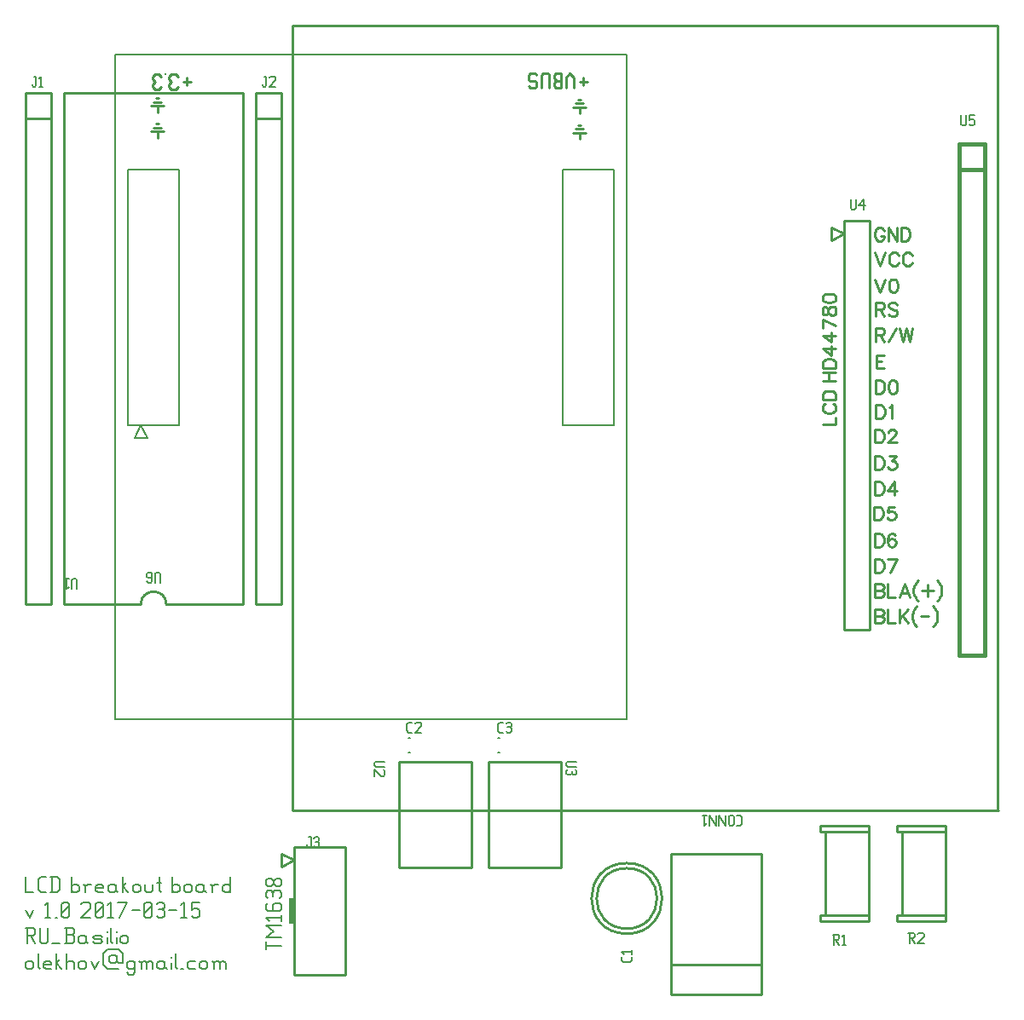
<source format=gbr>
G04 start of page 7 for group 1 layer_idx 9 *
G04 Title: (unknown), top silk *
G04 Creator: pcb-rnd 1.2.1 *
G04 CreationDate: Wed Mar 15 21:37:42 2017 UTC *
G04 For:  *
G04 Format: Gerber/RS-274X *
G04 PCB-Dimensions: 390000 390000 *
G04 PCB-Coordinate-Origin: lower left *
%MOIN*%
%FSLAX25Y25*%
%LNTOPSILK*%
%ADD81C,0.0150*%
%ADD80C,0.0110*%
%ADD79C,0.0050*%
%ADD78C,0.0080*%
%ADD77C,0.0100*%
%ADD76C,0.0075*%
%ADD75C,0.0070*%
%ADD74C,0.0001*%
G54D74*G36*
X108000Y40000D02*X110000D01*
Y30000D01*
X108000D01*
Y40000D01*
G37*
G54D75*X5000Y48500D02*Y42500D01*
X8000D01*
X10850D02*X12800D01*
X9800Y43550D02*X10850Y42500D01*
X9800Y47450D02*Y43550D01*
Y47450D02*X10850Y48500D01*
X12800D01*
X15350D02*Y42500D01*
X17300Y48500D02*X18350Y47450D01*
Y43550D01*
X17300Y42500D02*X18350Y43550D01*
X14600Y42500D02*X17300D01*
X14600Y48500D02*X17300D01*
X22850D02*Y42500D01*
Y43250D02*X23600Y42500D01*
X25100D01*
X25850Y43250D01*
Y44750D02*Y43250D01*
X25100Y45500D02*X25850Y44750D01*
X23600Y45500D02*X25100D01*
X22850Y44750D02*X23600Y45500D01*
X28400Y44750D02*Y42500D01*
Y44750D02*X29150Y45500D01*
X30650D01*
X27650D02*X28400Y44750D01*
X33200Y42500D02*X35450D01*
X32450Y43250D02*X33200Y42500D01*
X32450Y44750D02*Y43250D01*
Y44750D02*X33200Y45500D01*
X34700D01*
X35450Y44750D01*
X32450Y44000D02*X35450D01*
Y44750D02*Y44000D01*
X39500Y45500D02*X40250Y44750D01*
X38000Y45500D02*X39500D01*
X37250Y44750D02*X38000Y45500D01*
X37250Y44750D02*Y43250D01*
X38000Y42500D01*
X40250Y45500D02*Y43250D01*
X41000Y42500D01*
X38000D02*X39500D01*
X40250Y43250D01*
X42800Y48500D02*Y42500D01*
Y44750D02*X45050Y42500D01*
X42800Y44750D02*X44300Y46250D01*
X46850Y44750D02*Y43250D01*
Y44750D02*X47600Y45500D01*
X49100D01*
X49850Y44750D01*
Y43250D01*
X49100Y42500D02*X49850Y43250D01*
X47600Y42500D02*X49100D01*
X46850Y43250D02*X47600Y42500D01*
X51650Y45500D02*Y43250D01*
X52400Y42500D01*
X53900D01*
X54650Y43250D01*
Y45500D02*Y43250D01*
X57200Y48500D02*Y43250D01*
X57950Y42500D01*
X56450Y46250D02*X57950D01*
X62150Y48500D02*Y42500D01*
Y43250D02*X62900Y42500D01*
X64400D01*
X65150Y43250D01*
Y44750D02*Y43250D01*
X64400Y45500D02*X65150Y44750D01*
X62900Y45500D02*X64400D01*
X62150Y44750D02*X62900Y45500D01*
X66950Y44750D02*Y43250D01*
Y44750D02*X67700Y45500D01*
X69200D01*
X69950Y44750D01*
Y43250D01*
X69200Y42500D02*X69950Y43250D01*
X67700Y42500D02*X69200D01*
X66950Y43250D02*X67700Y42500D01*
X74000Y45500D02*X74750Y44750D01*
X72500Y45500D02*X74000D01*
X71750Y44750D02*X72500Y45500D01*
X71750Y44750D02*Y43250D01*
X72500Y42500D01*
X74750Y45500D02*Y43250D01*
X75500Y42500D01*
X72500D02*X74000D01*
X74750Y43250D01*
X78050Y44750D02*Y42500D01*
Y44750D02*X78800Y45500D01*
X80300D01*
X77300D02*X78050Y44750D01*
X85100Y48500D02*Y42500D01*
X84350D02*X85100Y43250D01*
X82850Y42500D02*X84350D01*
X82100Y43250D02*X82850Y42500D01*
X82100Y44750D02*Y43250D01*
Y44750D02*X82850Y45500D01*
X84350D01*
X85100Y44750D01*
X5000Y35500D02*X6500Y32500D01*
X8000Y35500D02*X6500Y32500D01*
X12500Y37300D02*X13700Y38500D01*
Y32500D01*
X12500D02*X14750D01*
X16550D02*X17300D01*
X19100Y33250D02*X19850Y32500D01*
X19100Y37750D02*Y33250D01*
Y37750D02*X19850Y38500D01*
X21350D01*
X22100Y37750D01*
Y33250D01*
X21350Y32500D02*X22100Y33250D01*
X19850Y32500D02*X21350D01*
X19100Y34000D02*X22100Y37000D01*
X26600Y37750D02*X27350Y38500D01*
X29600D01*
X30350Y37750D01*
Y36250D01*
X26600Y32500D02*X30350Y36250D01*
X26600Y32500D02*X30350D01*
X32150Y33250D02*X32900Y32500D01*
X32150Y37750D02*Y33250D01*
Y37750D02*X32900Y38500D01*
X34400D01*
X35150Y37750D01*
Y33250D01*
X34400Y32500D02*X35150Y33250D01*
X32900Y32500D02*X34400D01*
X32150Y34000D02*X35150Y37000D01*
X36950Y37300D02*X38150Y38500D01*
Y32500D01*
X36950D02*X39200D01*
X41750D02*X44750Y38500D01*
X41000D02*X44750D01*
X46550Y35500D02*X49550D01*
X51350Y33250D02*X52100Y32500D01*
X51350Y37750D02*Y33250D01*
Y37750D02*X52100Y38500D01*
X53600D01*
X54350Y37750D01*
Y33250D01*
X53600Y32500D02*X54350Y33250D01*
X52100Y32500D02*X53600D01*
X51350Y34000D02*X54350Y37000D01*
X56150Y37750D02*X56900Y38500D01*
X58400D01*
X59150Y37750D01*
X58400Y32500D02*X59150Y33250D01*
X56900Y32500D02*X58400D01*
X56150Y33250D02*X56900Y32500D01*
Y35800D02*X58400D01*
X59150Y37750D02*Y36550D01*
Y35050D02*Y33250D01*
Y35050D02*X58400Y35800D01*
X59150Y36550D02*X58400Y35800D01*
X60950Y35500D02*X63950D01*
X65750Y37300D02*X66950Y38500D01*
Y32500D01*
X65750D02*X68000D01*
X69800Y38500D02*X72800D01*
X69800D02*Y35500D01*
X70550Y36250D01*
X72050D01*
X72800Y35500D01*
Y33250D01*
X72050Y32500D02*X72800Y33250D01*
X70550Y32500D02*X72050D01*
X69800Y33250D02*X70550Y32500D01*
X5000Y14750D02*Y13250D01*
Y14750D02*X5750Y15500D01*
X7250D01*
X8000Y14750D01*
Y13250D01*
X7250Y12500D02*X8000Y13250D01*
X5750Y12500D02*X7250D01*
X5000Y13250D02*X5750Y12500D01*
X9800Y18500D02*Y13250D01*
X10550Y12500D01*
X12800D02*X15050D01*
X12050Y13250D02*X12800Y12500D01*
X12050Y14750D02*Y13250D01*
Y14750D02*X12800Y15500D01*
X14300D01*
X15050Y14750D01*
X12050Y14000D02*X15050D01*
Y14750D02*Y14000D01*
X16850Y18500D02*Y12500D01*
Y14750D02*X19100Y12500D01*
X16850Y14750D02*X18350Y16250D01*
X20900Y18500D02*Y12500D01*
Y14750D02*X21650Y15500D01*
X23150D01*
X23900Y14750D01*
Y12500D01*
X25700Y14750D02*Y13250D01*
Y14750D02*X26450Y15500D01*
X27950D01*
X28700Y14750D01*
Y13250D01*
X27950Y12500D02*X28700Y13250D01*
X26450Y12500D02*X27950D01*
X25700Y13250D02*X26450Y12500D01*
X30500Y15500D02*X32000Y12500D01*
X33500Y15500D02*X32000Y12500D01*
X35300Y18500D02*Y14000D01*
X36800Y12500D01*
X41300D01*
X42800Y18500D02*Y14750D01*
Y18500D02*X41300Y20000D01*
X36800D02*X41300D01*
X36800D02*X35300Y18500D01*
X37550Y17000D02*Y15500D01*
X38300Y14750D01*
X39800D01*
X40550Y15500D01*
X41300Y14750D01*
X40550Y17750D02*Y15500D01*
Y17000D02*X39800Y17750D01*
X38300D02*X39800D01*
X38300D02*X37550Y17000D01*
X41300Y14750D02*X42800D01*
X46850Y15500D02*X47600Y14750D01*
X45350Y15500D02*X46850D01*
X44600Y14750D02*X45350Y15500D01*
X44600Y14750D02*Y13250D01*
X45350Y12500D01*
X46850D01*
X47600Y13250D01*
X44600Y11000D02*X45350Y10250D01*
X46850D01*
X47600Y11000D01*
Y15500D02*Y11000D01*
X50150Y14750D02*Y12500D01*
Y14750D02*X50900Y15500D01*
X51650D01*
X52400Y14750D01*
Y12500D01*
Y14750D02*X53150Y15500D01*
X53900D01*
X54650Y14750D01*
Y12500D01*
X49400Y15500D02*X50150Y14750D01*
X58700Y15500D02*X59450Y14750D01*
X57200Y15500D02*X58700D01*
X56450Y14750D02*X57200Y15500D01*
X56450Y14750D02*Y13250D01*
X57200Y12500D01*
X59450Y15500D02*Y13250D01*
X60200Y12500D01*
X57200D02*X58700D01*
X59450Y13250D01*
G54D76*X62000Y17000D02*Y16850D01*
G54D75*Y14750D02*Y12500D01*
X63500Y18500D02*Y13250D01*
X64250Y12500D01*
X65750D02*X66500D01*
X69050Y15500D02*X71300D01*
X68300Y14750D02*X69050Y15500D01*
X68300Y14750D02*Y13250D01*
X69050Y12500D01*
X71300D01*
X73100Y14750D02*Y13250D01*
Y14750D02*X73850Y15500D01*
X75350D01*
X76100Y14750D01*
Y13250D01*
X75350Y12500D02*X76100Y13250D01*
X73850Y12500D02*X75350D01*
X73100Y13250D02*X73850Y12500D01*
X78650Y14750D02*Y12500D01*
Y14750D02*X79400Y15500D01*
X80150D01*
X80900Y14750D01*
Y12500D01*
Y14750D02*X81650Y15500D01*
X82400D01*
X83150Y14750D01*
Y12500D01*
X77900Y15500D02*X78650Y14750D01*
X5000Y28500D02*X8000D01*
X8750Y27750D01*
Y26250D01*
X8000Y25500D02*X8750Y26250D01*
X5750Y25500D02*X8000D01*
X5750Y28500D02*Y22500D01*
X6950Y25500D02*X8750Y22500D01*
X10550Y28500D02*Y23250D01*
X11300Y22500D01*
X12800D01*
X13550Y23250D01*
Y28500D02*Y23250D01*
X15350Y22500D02*X18350D01*
X20150D02*X23150D01*
X23900Y23250D01*
Y25050D02*Y23250D01*
X23150Y25800D02*X23900Y25050D01*
X20900Y25800D02*X23150D01*
X20900Y28500D02*Y22500D01*
X20150Y28500D02*X23150D01*
X23900Y27750D01*
Y26550D01*
X23150Y25800D02*X23900Y26550D01*
X27950Y25500D02*X28700Y24750D01*
X26450Y25500D02*X27950D01*
X25700Y24750D02*X26450Y25500D01*
X25700Y24750D02*Y23250D01*
X26450Y22500D01*
X28700Y25500D02*Y23250D01*
X29450Y22500D01*
X26450D02*X27950D01*
X28700Y23250D01*
X32000Y22500D02*X34250D01*
X35000Y23250D01*
X34250Y24000D02*X35000Y23250D01*
X32000Y24000D02*X34250D01*
X31250Y24750D02*X32000Y24000D01*
X31250Y24750D02*X32000Y25500D01*
X34250D01*
X35000Y24750D01*
X31250Y23250D02*X32000Y22500D01*
G54D76*X36800Y27000D02*Y26850D01*
G54D75*Y24750D02*Y22500D01*
X38300Y28500D02*Y23250D01*
X39050Y22500D01*
G54D76*X40550Y27000D02*Y26850D01*
G54D75*Y24750D02*Y22500D01*
X42050Y24750D02*Y23250D01*
Y24750D02*X42800Y25500D01*
X44300D01*
X45050Y24750D01*
Y23250D01*
X44300Y22500D02*X45050Y23250D01*
X42800Y22500D02*X44300D01*
X42050Y23250D02*X42800Y22500D01*
X99000Y23000D02*Y20000D01*
Y21500D02*X105000D01*
X99000Y24800D02*X105000D01*
X99000D02*X102000Y27050D01*
X99000Y29300D01*
X105000D01*
X100200Y31100D02*X99000Y32300D01*
X105000D01*
Y33350D02*Y31100D01*
X99000Y37400D02*X99750Y38150D01*
X99000Y37400D02*Y35900D01*
X99750Y35150D02*X99000Y35900D01*
X99750Y35150D02*X104250D01*
X105000Y35900D01*
X101700Y37400D02*X102450Y38150D01*
X101700Y37400D02*Y35150D01*
X105000Y37400D02*Y35900D01*
Y37400D02*X104250Y38150D01*
X102450D02*X104250D01*
X99750Y39950D02*X99000Y40700D01*
Y42200D02*Y40700D01*
Y42200D02*X99750Y42950D01*
X105000Y42200D02*X104250Y42950D01*
X105000Y42200D02*Y40700D01*
X104250Y39950D02*X105000Y40700D01*
X101700Y42200D02*Y40700D01*
X99750Y42950D02*X100950D01*
X102450D02*X104250D01*
X102450D02*X101700Y42200D01*
X100950Y42950D02*X101700Y42200D01*
X104250Y44750D02*X105000Y45500D01*
X103050Y44750D02*X104250D01*
X103050D02*X102000Y45800D01*
Y46700D02*Y45800D01*
Y46700D02*X103050Y47750D01*
X104250D01*
X105000Y47000D02*X104250Y47750D01*
X105000Y47000D02*Y45500D01*
X100950Y44750D02*X102000Y45800D01*
X99750Y44750D02*X100950D01*
X99750D02*X99000Y45500D01*
Y47000D02*Y45500D01*
Y47000D02*X99750Y47750D01*
X100950D01*
X102000Y46700D02*X100950Y47750D01*
G54D77*X95000Y355000D02*Y155000D01*
Y355000D02*X105000D01*
Y155000D02*X95000D01*
X105000D02*Y355000D01*
X95000Y345000D02*X105000D01*
Y355000D02*Y345000D01*
X5000Y355000D02*Y155000D01*
Y355000D02*X15000D01*
Y155000D02*X5000D01*
X15000D02*Y355000D01*
X5000Y345000D02*X15000D01*
Y355000D02*Y345000D01*
X20000Y355000D02*Y155000D01*
Y355000D02*X90000D01*
Y155000D01*
X20000D02*X50000D01*
X60000D02*X90000D01*
X60000D02*G75*G03X50000Y155000I-5000J0D01*G01*
G54D78*X189607Y102755D02*X190393D01*
X189607Y97245D02*X190393D01*
X154607Y102755D02*X155393D01*
X154607Y97245D02*X155393D01*
G54D77*X150800Y93500D02*Y52100D01*
X179300D01*
Y93500D01*
X150800D01*
X185800D02*Y52100D01*
X214300D01*
Y93500D01*
X185800D01*
X240000Y28200D02*G75*G03X240000Y51800I0J11800D01*G01*
G75*G03X240000Y28200I0J-11800D01*G01*
Y26200D02*G75*G03X240000Y53800I0J13800D01*G01*
G75*G03X240000Y26200I0J-13800D01*G01*
X325000Y305000D02*Y145000D01*
Y305000D02*X335000D01*
X325000Y145000D02*X335000D01*
Y305000D02*Y145000D01*
X325000Y300000D02*X320000Y302500D01*
X325000Y300000D02*X320000Y297500D01*
Y302500D02*Y297500D01*
X316535Y225285D02*X321734D01*
Y228255D02*Y225285D01*
X317772Y233527D02*X317278Y233279D01*
X316783Y232784D01*
X316535Y232290D01*
Y231298D01*
X316783Y230804D01*
X317278Y230307D01*
X317772Y230060D01*
X318516Y229813D01*
X319755D01*
X320496Y230060D01*
X320991Y230307D01*
X321485Y230804D01*
X321734Y231298D01*
Y232290D02*Y231298D01*
Y232290D02*X321485Y232784D01*
X320991Y233279D01*
X320496Y233527D01*
X316535Y235086D02*X321734D01*
X316535Y236820D02*Y235086D01*
Y236820D02*X316783Y237562D01*
X317278Y238057D01*
X317772Y238304D01*
X318516Y238551D01*
X319755D01*
X320496Y238304D01*
X320991Y238057D01*
X321485Y237562D01*
X321734Y236820D01*
Y235086D01*
X316535Y242450D02*X321734D01*
X316535Y245917D02*X321734D01*
X319011D02*Y242450D01*
X316535Y247475D02*X321734D01*
X316535Y249209D02*Y247475D01*
Y249209D02*X316783Y249951D01*
X317278Y250446D01*
X317772Y250693D01*
X318516Y250940D01*
X319755D01*
X320496Y250693D01*
X320991Y250446D01*
X321485Y249951D01*
X321734Y249209D01*
Y247475D01*
X316535Y254975D02*X320000Y252500D01*
Y256213D02*Y252500D01*
X316535Y254975D02*X321734D01*
X316535Y260247D02*X320000Y257772D01*
Y261485D02*Y257772D01*
X316535Y260247D02*X321734D01*
X316535Y266510D02*X321734Y264034D01*
X316535Y266510D02*Y263045D01*
Y269307D02*X316782Y268564D01*
X317277Y268317D01*
X317772D01*
X318268Y268564D01*
X318516Y269059D01*
X318762Y270049D01*
X319010Y270793D01*
X319505Y271287D01*
X320000Y271535D01*
X320743D01*
X321237Y271287D01*
X321485Y271039D01*
X321734Y270296D01*
Y269307D01*
X321485Y268564D01*
X321237Y268317D01*
X320743Y268070D01*
X320000D02*X320743D01*
X320000D02*X319505Y268317D01*
X319010Y268811D01*
X318762Y269554D01*
X318516Y270545D01*
X318268Y271039D01*
X317772Y271287D01*
X317277D02*X317772D01*
X317277D02*X316782Y271039D01*
X316535Y270296D01*
Y269307D01*
Y274580D02*X316782Y273838D01*
X317524Y273342D01*
X318762Y273095D01*
X319505D01*
X320743Y273342D01*
X321485Y273838D01*
X321734Y274580D01*
Y275076D02*Y274580D01*
Y275076D02*X321485Y275818D01*
X320743Y276313D01*
X319505Y276562D01*
X318762D02*X319505D01*
X318762D02*X317524Y276313D01*
X316782Y275818D01*
X316535Y275076D01*
Y274580D01*
X336977Y282227D02*X338957Y277028D01*
X340940Y282227D02*X338957Y277028D01*
X343985Y282227D02*X343243Y281980D01*
X342747Y281238D01*
X342500Y280000D01*
Y279257D01*
X342747Y278019D01*
X343243Y277277D01*
X343985Y277028D01*
X344481D01*
X345223Y277277D01*
X345718Y278019D01*
X345967Y279257D01*
Y280000D02*Y279257D01*
Y280000D02*X345718Y281238D01*
X345223Y281980D01*
X344481Y282227D01*
X343985D02*X344481D01*
X337500Y252500D02*Y247301D01*
Y252500D02*X340719D01*
X337500Y250024D02*X339480D01*
X337500Y247301D02*X340719D01*
X337253Y242747D02*Y237548D01*
Y242747D02*X338987D01*
X339729Y242499D01*
X340224Y242004D01*
X340471Y241510D01*
X340718Y240766D01*
Y239527D01*
X340471Y238786D01*
X340224Y238291D01*
X339729Y237797D01*
X338987Y237548D01*
X337253D02*X338987D01*
X343762Y242747D02*X343020Y242500D01*
X342524Y241758D01*
X342277Y240520D01*
Y239777D01*
X342524Y238539D01*
X343020Y237797D01*
X343762Y237548D01*
X344258D01*
X345000Y237797D01*
X345495Y238539D01*
X345744Y239777D01*
Y240520D02*Y239777D01*
Y240520D02*X345495Y241758D01*
X345000Y242500D01*
X344258Y242747D01*
X343762D02*X344258D01*
X347233Y297266D02*X348967D01*
X349709Y297515D02*X348967Y297266D01*
X350204Y298009D02*X349709Y297515D01*
X350451Y298504D02*X350204Y298009D01*
X350698Y299245D02*X350451Y298504D01*
X350698Y300484D02*Y299245D01*
X350451Y301228D02*X350698Y300484D01*
X350204Y301722D02*X350451Y301228D01*
X349709Y302217D02*X350204Y301722D01*
X348967Y302465D02*X349709Y302217D01*
X347233Y302465D02*X348967D01*
X347233D02*Y297266D01*
X345673Y302465D02*Y297266D01*
X342208Y302465D02*X345673Y297266D01*
X342208Y302465D02*Y297266D01*
X339412Y299245D02*X340649D01*
Y298504D01*
X340401Y298009D02*X340649Y298504D01*
X339907Y297515D02*X340401Y298009D01*
X339412Y297266D02*X339907Y297515D01*
X338421Y297266D02*X339412D01*
X337926Y297515D02*X338421Y297266D01*
X337430Y298009D02*X337926Y297515D01*
X337183Y298504D02*X337430Y298009D01*
X336935Y299245D02*X337183Y298504D01*
X336935Y300484D02*Y299245D01*
X337183Y301228D02*X336935Y300484D01*
X337430Y301722D02*X337183Y301228D01*
X337926Y302217D02*X337430Y301722D01*
X338421Y302465D02*X337926Y302217D01*
X338421Y302465D02*X339412D01*
X339907Y302217D02*X339412Y302465D01*
X340401Y301722D02*X339907Y302217D01*
X340649Y301228D02*X340401Y301722D01*
X337020Y292699D02*X339000Y287500D01*
X340983Y292699D02*X339000Y287500D01*
X346256Y291462D02*X346008Y291956D01*
X345513Y292451D01*
X345019Y292699D01*
X344027D02*X345019D01*
X344027D02*X343533Y292451D01*
X343036Y291956D01*
X342789Y291462D01*
X342542Y290718D01*
Y289479D01*
X342789Y288738D01*
X343036Y288243D01*
X343533Y287749D01*
X344027Y287500D01*
X345019D01*
X345513Y287749D01*
X346008Y288243D01*
X346256Y288738D01*
X351528Y291462D02*X351280Y291956D01*
X350785Y292451D01*
X350291Y292699D01*
X349299D02*X350291D01*
X349299D02*X348805Y292451D01*
X348308Y291956D01*
X348061Y291462D01*
X347814Y290718D01*
Y289479D01*
X348061Y288738D01*
X348308Y288243D01*
X348805Y287749D01*
X349299Y287500D01*
X350291D01*
X350785Y287749D01*
X351280Y288243D01*
X351528Y288738D01*
X337279Y262965D02*Y257766D01*
Y262965D02*X339507D01*
X340249Y262717D01*
X340497Y262470D01*
X340744Y261975D01*
Y261479D01*
X340497Y260984D01*
X340249Y260737D01*
X339507Y260489D01*
X337279D02*X339507D01*
X339011D02*X340744Y257766D01*
X345230Y262965D02*X342304Y257766D01*
X346788Y262965D02*X348026Y257766D01*
X349265Y262965D02*X348026Y257766D01*
X349265Y262965D02*X350502Y257766D01*
X351740Y262965D02*X350502Y257766D01*
X337272Y272976D02*Y267777D01*
Y272976D02*X339500D01*
X340242Y272728D01*
X340490Y272481D01*
X340737Y271986D01*
Y271490D01*
X340490Y270995D01*
X340242Y270748D01*
X339500Y270500D01*
X337272D02*X339500D01*
X339004D02*X340737Y267777D01*
X345762Y272233D02*X345267Y272728D01*
X344525Y272976D01*
X343534D02*X344525D01*
X343534D02*X342791Y272728D01*
X342297Y272233D01*
Y271739D01*
X342542Y271242D01*
X342791Y270995D01*
X343287Y270748D01*
X344773Y270253D01*
X345267Y270004D01*
X345514Y269757D01*
X345762Y269263D01*
Y268520D01*
X345267Y268026D01*
X344525Y267777D01*
X343534D02*X344525D01*
X343534D02*X342791Y268026D01*
X342297Y268520D01*
X337459Y232981D02*Y227782D01*
Y232981D02*X339193D01*
X339935Y232733D01*
X340430Y232238D01*
X340677Y231744D01*
X340924Y231000D01*
Y229761D01*
X340677Y229020D01*
X340430Y228525D01*
X339935Y228031D01*
X339193Y227782D01*
X337459D02*X339193D01*
X342484Y231992D02*X342978Y232239D01*
X343721Y232981D01*
Y227782D01*
X337035Y223481D02*Y218282D01*
Y223481D02*X338769D01*
X339511Y223233D01*
X340006Y222738D01*
X340253Y222244D01*
X340500Y221500D01*
Y220261D01*
X340253Y219520D01*
X340006Y219025D01*
X339511Y218531D01*
X338769Y218282D01*
X337035D02*X338769D01*
X342307Y222492D02*Y222244D01*
Y222492D02*X342555Y222986D01*
X342801Y223234D01*
X343297Y223481D01*
X344286D01*
X344783Y223234D01*
X345030Y222986D01*
X345277Y222492D01*
Y221995D01*
X345030Y221500D01*
X344535Y220758D01*
X342060Y218282D01*
X345525D01*
X337035Y212981D02*Y207782D01*
Y212981D02*X338769D01*
X339511Y212733D01*
X340006Y212238D01*
X340253Y211744D01*
X340500Y211000D01*
Y209761D01*
X340253Y209020D01*
X340006Y208525D01*
X339511Y208031D01*
X338769Y207782D01*
X337035D02*X338769D01*
X342554Y212981D02*X345277D01*
X343791Y211000D01*
X344535D01*
X345029Y210754D01*
X345277Y210506D01*
X345525Y209762D01*
Y209270D01*
X345277Y208526D01*
X344783Y208031D01*
X344039Y207782D01*
X343297D02*X344039D01*
X343297D02*X342554Y208031D01*
X342307Y208279D01*
X342060Y208773D01*
X337035Y202981D02*Y197782D01*
Y202981D02*X338769D01*
X339511Y202733D01*
X340006Y202238D01*
X340253Y201744D01*
X340500Y201000D01*
Y199761D01*
X340253Y199020D01*
X340006Y198525D01*
X339511Y198031D01*
X338769Y197782D01*
X337035D02*X338769D01*
X344535Y202981D02*X342060Y199516D01*
X345773D01*
X344535Y202981D02*Y197782D01*
X336782Y193237D02*Y188038D01*
Y193237D02*X338516D01*
X339258Y192989D01*
X339753Y192494D01*
X340000Y192000D01*
X340247Y191256D01*
Y190017D01*
X340000Y189276D01*
X339753Y188781D01*
X339258Y188287D01*
X338516Y188038D01*
X336782D02*X338516D01*
X342302Y193237D02*X344778D01*
X342302D02*X342054Y191010D01*
X342302Y191256D01*
X343044Y191504D01*
X343788D01*
X344530Y191256D01*
X345025Y190762D01*
X345274Y190018D01*
Y189526D01*
X345025Y188782D01*
X344530Y188287D01*
X343788Y188038D01*
X343044D02*X343788D01*
X343044D02*X342302Y188287D01*
X342054Y188535D01*
X341807Y189029D01*
X337024Y182748D02*Y177549D01*
Y182748D02*X338758D01*
X339500Y182500D01*
X339995Y182005D01*
X340242Y181511D01*
X340489Y180767D01*
Y179528D01*
X340242Y178787D01*
X339995Y178292D01*
X339500Y177798D01*
X338758Y177549D01*
X337024D02*X338758D01*
X345019Y182006D02*X344772Y182501D01*
X344028Y182748D01*
X343534D02*X344028D01*
X343534D02*X342789Y182501D01*
X342295Y181759D01*
X342048Y180521D01*
Y179283D01*
X342295Y178293D01*
X342789Y177798D01*
X343534Y177549D01*
X343781D01*
X344524Y177798D01*
X345019Y178293D01*
X345266Y179037D01*
Y179283D02*Y179037D01*
Y179283D02*X345019Y180025D01*
X344524Y180521D01*
X343781Y180767D01*
X343534D02*X343781D01*
X343534D02*X342789Y180521D01*
X342295Y180025D01*
X342048Y179283D01*
X337024Y172748D02*Y167549D01*
Y172748D02*X338758D01*
X339500Y172500D01*
X339995Y172005D01*
X340242Y171511D01*
X340489Y170767D01*
Y169528D01*
X340242Y168787D01*
X339995Y168292D01*
X339500Y167798D01*
X338758Y167549D01*
X337024D02*X338758D01*
X345514Y172748D02*X343038Y167549D01*
X342049Y172748D02*X345514D01*
X337000Y163000D02*Y157801D01*
Y163000D02*X339228D01*
X339970Y162752D01*
X340218Y162505D01*
X340465Y162008D01*
Y161514D01*
X340218Y161019D01*
X339970Y160771D01*
X339228Y160524D01*
X337000D02*X339228D01*
X339970Y160277D01*
X340218Y160028D01*
X340465Y159534D01*
Y158792D01*
X340218Y158295D01*
X339970Y158050D01*
X339228Y157801D01*
X337000D02*X339228D01*
X342025Y163000D02*Y157801D01*
X344995D01*
X348534Y163000D02*X346553Y157801D01*
X348534Y163000D02*X350516Y157801D01*
X347297Y159534D02*X349773D01*
X353808Y164300D02*X353312Y163805D01*
X352817Y163063D01*
X352320Y162071D01*
X352075Y160833D01*
Y159843D01*
X352320Y158606D01*
X352817Y157615D01*
X353312Y156873D01*
X353808Y156378D01*
X357593Y162675D02*Y158220D01*
X355365Y160447D02*X359822D01*
X361381Y164300D02*X361875Y163805D01*
X362371Y163063D01*
X362867Y162071D01*
X363112Y160833D01*
Y159843D01*
X362867Y158606D01*
X362371Y157615D01*
X361875Y156873D01*
X361381Y156378D01*
X337000Y152976D02*Y147777D01*
Y152976D02*X339228D01*
X339970Y152728D01*
X340218Y152481D01*
X340465Y151984D01*
Y151490D01*
X340218Y150995D01*
X339970Y150747D01*
X339228Y150500D01*
X337000D02*X339228D01*
X339970Y150253D01*
X340218Y150004D01*
X340465Y149510D01*
Y148768D01*
X340218Y148271D01*
X339970Y148026D01*
X339228Y147777D01*
X337000D02*X339228D01*
X342025Y152976D02*Y147777D01*
X344995D01*
X346554Y152976D02*Y147777D01*
X350019Y152976D02*X346554Y149510D01*
X347791Y150747D02*X350019Y147777D01*
X353312Y154276D02*X352816Y153781D01*
X352321Y153039D01*
X351824Y152047D01*
X351579Y150809D01*
Y149819D01*
X351824Y148582D01*
X352321Y147591D01*
X352816Y146849D01*
X353312Y146354D01*
X354870Y150376D02*X358119D01*
X359679Y154276D02*X360173Y153781D01*
X360669Y153039D01*
X361165Y152047D01*
X361410Y150809D01*
Y149819D01*
X361165Y148582D01*
X360669Y147591D01*
X360173Y146849D01*
X359679Y146354D01*
X221000Y352500D02*X222000D01*
X220000Y351000D02*X223000D01*
X219000Y349500D02*X224000D01*
X221500D02*X224000D01*
X221500D02*Y347000D01*
X221000Y342500D02*X222000D01*
X220000Y341000D02*X223000D01*
X219000Y339500D02*X224000D01*
X221500D02*X224000D01*
X221500D02*Y337000D01*
X212750Y359750D02*X211750Y360750D01*
X212750Y359750D02*X214250D01*
X212250D02*X214250D01*
X211750Y359250D02*X212250Y359750D01*
X211750Y359250D02*Y357750D01*
X212250Y357250D02*X214250D01*
X211750Y357750D02*X212250Y357250D01*
X211750Y362250D02*Y360750D01*
X212250Y362750D02*X211750Y362250D01*
X212250Y362750D02*X214250D01*
Y357250D01*
X206750Y362250D02*Y357250D01*
X207250Y362750D02*X206750Y362250D01*
X207250Y362750D02*X209250D01*
X209750Y362250D02*X209250Y362750D01*
X209750Y362250D02*Y357250D01*
X202250D02*X201750Y357750D01*
X202250Y357250D02*X204250D01*
X204750Y357750D02*X204250Y357250D01*
Y362750D02*X204750Y362250D01*
X202250Y362750D02*X204250D01*
X201750Y362250D02*X202250Y362750D01*
X201750Y362250D02*Y360250D01*
X202250Y359750D02*X201750Y360250D01*
X202250Y359750D02*X204250D01*
X204750Y359250D02*X204250Y359750D01*
X204750Y359250D02*Y357750D01*
X216250Y361250D02*Y357250D01*
X217750Y362750D02*X216250Y361250D01*
X219250D02*X217750Y362750D01*
X219250Y361250D02*Y357250D01*
X221500Y359500D02*X224500D01*
X223000Y361000D02*Y358000D01*
X63500Y362500D02*X64500Y361500D01*
X62000Y362500D02*X63500D01*
X61000Y361500D02*X62000Y362500D01*
X61000Y361500D02*Y360500D01*
X62000Y359500D02*X61000Y360500D01*
Y358500D02*X62000Y359500D01*
X61000Y358500D02*Y357500D01*
X62000Y356500D02*X61000Y357500D01*
X62000Y356500D02*X63500D01*
X64500Y357500D02*X63500Y356500D01*
X57000Y362500D02*X58000Y361500D01*
X55500Y362500D02*X57000D01*
X54500Y361500D02*X55500Y362500D01*
X54500Y361500D02*Y360500D01*
X55500Y359500D02*X54500Y360500D01*
Y358500D02*X55500Y359500D01*
X54500Y358500D02*Y357500D01*
X55500Y356500D02*X54500Y357500D01*
X55500Y356500D02*X57000D01*
X58000Y357500D02*X57000Y356500D01*
X59500Y362500D03*
X66500Y359500D02*X69500D01*
X68000Y361000D02*Y358000D01*
X56000Y353000D02*X57000D01*
X55000Y351500D02*X58000D01*
X54000Y350000D02*X59000D01*
X56500D02*X59000D01*
X56500D02*Y347500D01*
X56000Y343000D02*X57000D01*
X55000Y341500D02*X58000D01*
X54000Y340000D02*X59000D01*
X56500D02*X59000D01*
X56500D02*Y337500D01*
G54D79*X215000Y325000D02*Y225000D01*
Y325000D02*X235000D01*
X215000Y225000D02*X235000D01*
Y325000D02*Y225000D01*
X45000Y325000D02*Y225000D01*
Y325000D02*X65000D01*
X45000Y225000D02*X65000D01*
Y325000D02*Y225000D01*
X45000Y320000D03*
X40000Y370000D02*X240000D01*
X40000D02*Y110000D01*
X240000D01*
Y370000D02*Y110000D01*
X50000Y225000D02*X47500Y220000D01*
X50000Y225000D02*X52500Y220000D01*
X47500D02*X52500D01*
G54D80*X385000Y74370D02*X384980Y74350D01*
X385000Y381417D02*Y74370D01*
X109409Y74350D02*X385374D01*
X109409Y74370D02*X109390Y74350D01*
X109409Y381457D02*Y74370D01*
Y381457D02*X109390Y381437D01*
X385000Y381457D02*X109409D01*
X385000Y381417D02*X384980Y381437D01*
G54D81*X380000Y325000D02*Y335000D01*
X370000Y325000D02*X380000D01*
Y335000D02*X370000D01*
X380000Y135000D02*Y335000D01*
X370000Y135000D02*X380000D01*
X370000Y335000D02*Y135000D01*
G54D77*X315500Y33500D02*X334500D01*
X315500D02*Y31000D01*
Y66000D02*X334500D01*
X315500Y68500D02*Y66000D01*
Y68500D02*X334500D01*
Y31000D01*
X315500D02*X334500D01*
X317500Y66000D02*Y33500D01*
X292717Y57559D02*Y2441D01*
X257284Y57559D02*X292717D01*
X257284D02*Y2441D01*
X292717D01*
X257284Y14252D02*X292717D01*
X345500Y33500D02*X364500D01*
X345500D02*Y31000D01*
Y66000D02*X364500D01*
X345500Y68500D02*Y66000D01*
Y68500D02*X364500D01*
Y31000D01*
X345500D02*X364500D01*
X347500Y66000D02*Y33500D01*
X110000Y60000D02*Y10000D01*
Y60000D02*X130000D01*
X110000Y10000D02*X130000D01*
Y60000D02*Y10000D01*
X110000Y55000D02*X105000Y57500D01*
X110000Y55000D02*X105000Y52500D01*
Y57500D02*Y52500D01*
G54D75*X25000Y164500D02*Y161000D01*
Y164500D02*X24500Y165000D01*
X23500D02*X24500D01*
X23500D02*X23000Y164500D01*
Y161000D01*
X21800Y161800D02*X21000Y161000D01*
Y165000D02*Y161000D01*
X20300Y165000D02*X21800D01*
X98200Y361500D02*X99000D01*
Y358000D01*
X98500Y357500D02*X99000Y358000D01*
X98000Y357500D02*X98500D01*
X97500Y358000D02*X98000Y357500D01*
X97500Y358500D02*Y358000D01*
X100200Y361000D02*X100700Y361500D01*
X102200D01*
X102700Y361000D01*
Y360000D01*
X100200Y357500D02*X102700Y360000D01*
X100200Y357500D02*X102700D01*
X8200Y361500D02*X9000D01*
Y358000D01*
X8500Y357500D02*X9000Y358000D01*
X8000Y357500D02*X8500D01*
X7500Y358000D02*X8000Y357500D01*
X7500Y358500D02*Y358000D01*
X10200Y360700D02*X11000Y361500D01*
Y357500D01*
X10200D02*X11700D01*
X57500Y167000D02*Y163500D01*
Y167000D02*X57000Y167500D01*
X56000D02*X57000D01*
X56000D02*X55500Y167000D01*
Y163500D01*
X52800D02*X52300Y164000D01*
X52800Y163500D02*X53800D01*
X54300Y164000D02*X53800Y163500D01*
X54300Y167000D02*Y164000D01*
Y167000D02*X53800Y167500D01*
X52800Y165300D02*X52300Y165800D01*
X52800Y165300D02*X54300D01*
X52800Y167500D02*X53800D01*
X52800D02*X52300Y167000D01*
Y165800D01*
X190395Y104771D02*X191695D01*
X189695Y105471D02*X190395Y104771D01*
X189695Y108071D02*Y105471D01*
Y108071D02*X190395Y108771D01*
X191695D01*
X192895Y108271D02*X193395Y108771D01*
X194395D01*
X194895Y108271D01*
X194395Y104771D02*X194895Y105271D01*
X193395Y104771D02*X194395D01*
X192895Y105271D02*X193395Y104771D01*
Y106971D02*X194395D01*
X194895Y108271D02*Y107471D01*
Y106471D02*Y105271D01*
Y106471D02*X194395Y106971D01*
X194895Y107471D02*X194395Y106971D01*
X154760Y104930D02*X156060D01*
X154060Y105630D02*X154760Y104930D01*
X154060Y108230D02*Y105630D01*
Y108230D02*X154760Y108930D01*
X156060D01*
X157260Y108430D02*X157760Y108930D01*
X159260D01*
X159760Y108430D01*
Y107430D01*
X157260Y104930D02*X159760Y107430D01*
X157260Y104930D02*X159760D01*
X141800Y93500D02*X145300D01*
X141800D02*X141300Y93000D01*
Y92000D01*
X141800Y91500D01*
X145300D01*
X144800Y90300D02*X145300Y89800D01*
Y88300D01*
X144800Y87800D01*
X143800D02*X144800D01*
X141300Y90300D02*X143800Y87800D01*
X141300Y90300D02*Y87800D01*
X216800Y93500D02*X220300D01*
X216800D02*X216300Y93000D01*
Y92000D01*
X216800Y91500D01*
X220300D01*
X219800Y90300D02*X220300Y89800D01*
Y88800D01*
X219800Y88300D01*
X216300Y88800D02*X216800Y88300D01*
X216300Y89800D02*Y88800D01*
X216800Y90300D02*X216300Y89800D01*
X218500D02*Y88800D01*
X219000Y88300D02*X219800D01*
X216800D02*X218000D01*
X218500Y88800D01*
X219000Y88300D02*X218500Y88800D01*
X327500Y313500D02*Y310000D01*
X328000Y309500D01*
X329000D01*
X329500Y310000D01*
Y313500D02*Y310000D01*
X330700Y311000D02*X332700Y313500D01*
X330700Y311000D02*X333200D01*
X332700Y313500D02*Y309500D01*
X370699Y346318D02*Y342818D01*
X371199Y342318D01*
X372199D01*
X372699Y342818D01*
Y346318D02*Y342818D01*
X373899Y346318D02*X375899D01*
X373899D02*Y344318D01*
X374399Y344818D01*
X375399D01*
X375899Y344318D01*
Y342818D01*
X375399Y342318D02*X375899Y342818D01*
X374399Y342318D02*X375399D01*
X373899Y342818D02*X374399Y342318D01*
X320478Y25826D02*X322478D01*
X322978Y25326D01*
Y24326D01*
X322478Y23826D02*X322978Y24326D01*
X320978Y23826D02*X322478D01*
X320978Y25826D02*Y21826D01*
X321778Y23826D02*X322978Y21826D01*
X324178Y25026D02*X324978Y25826D01*
Y21826D01*
X324178D02*X325678D01*
X242000Y17000D02*Y15700D01*
X241300Y15000D02*X242000Y15700D01*
X238700Y15000D02*X241300D01*
X238700D02*X238000Y15700D01*
Y17000D02*Y15700D01*
X238800Y18200D02*X238000Y19000D01*
X242000D01*
Y19700D02*Y18200D01*
X350000Y26500D02*X352000D01*
X352500Y26000D01*
Y25000D01*
X352000Y24500D02*X352500Y25000D01*
X350500Y24500D02*X352000D01*
X350500Y26500D02*Y22500D01*
X351300Y24500D02*X352500Y22500D01*
X353700Y26000D02*X354200Y26500D01*
X355700D01*
X356200Y26000D01*
Y25000D01*
X353700Y22500D02*X356200Y25000D01*
X353700Y22500D02*X356200D01*
X115700Y64000D02*X116500D01*
Y60500D01*
X116000Y60000D02*X116500Y60500D01*
X115500Y60000D02*X116000D01*
X115000Y60500D02*X115500Y60000D01*
X115000Y61000D02*Y60500D01*
X117700Y63500D02*X118200Y64000D01*
X119200D01*
X119700Y63500D01*
X119200Y60000D02*X119700Y60500D01*
X118200Y60000D02*X119200D01*
X117700Y60500D02*X118200Y60000D01*
Y62200D02*X119200D01*
X119700Y63500D02*Y62700D01*
Y61700D02*Y60500D01*
Y61700D02*X119200Y62200D01*
X119700Y62700D02*X119200Y62200D01*
X283000Y72500D02*X284300D01*
X285000Y71800D02*X284300Y72500D01*
X285000Y71800D02*Y69200D01*
X284300Y68500D01*
X283000D02*X284300D01*
X281800Y72000D02*Y69000D01*
X281300Y68500D01*
X280300D02*X281300D01*
X280300D02*X279800Y69000D01*
Y72000D02*Y69000D01*
X280300Y72500D02*X279800Y72000D01*
X280300Y72500D02*X281300D01*
X281800Y72000D02*X281300Y72500D01*
X278600D02*Y68500D01*
X276100Y72500D01*
Y68500D01*
X274900Y72500D02*Y68500D01*
X272400Y72500D01*
Y68500D01*
X271200Y69300D02*X270400Y68500D01*
Y72500D02*Y68500D01*
X269700Y72500D02*X271200D01*
M02*

</source>
